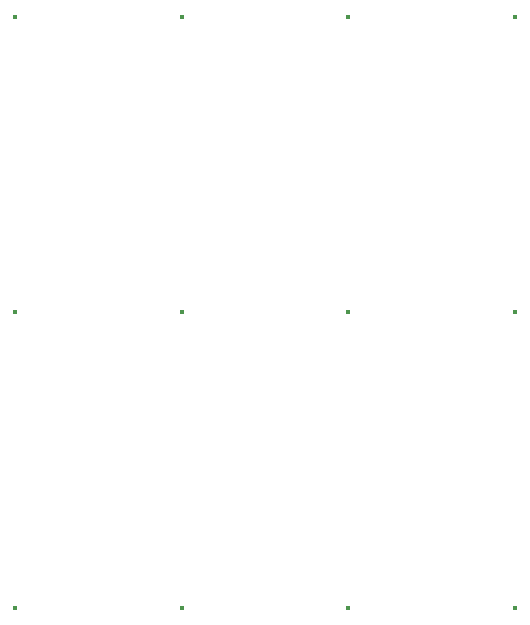
<source format=gbr>
%TF.GenerationSoftware,Altium Limited,Altium Designer,22.0.2 (36)*%
G04 Layer_Color=0*
%FSLAX26Y26*%
%MOIN*%
%TF.SameCoordinates,7C2B3453-B62B-4687-BB94-77A5B7653B1A*%
%TF.FilePolarity,Positive*%
%TF.FileFunction,NonPlated,1,2,NPTH,Drill*%
%TF.Part,CustomerPanel*%
G01*
G75*
%TA.AperFunction,OtherDrill,Pad Free-13 (-839.291mil,-853.661mil)*%
%ADD37C,0.015748*%
%TA.AperFunction,OtherDrill,Pad Free-13 (-283.976mil,-853.661mil)*%
%ADD38C,0.015748*%
%TA.AperFunction,OtherDrill,Pad Free-13 (271.339mil,-853.661mil)*%
%ADD39C,0.015748*%
%TA.AperFunction,OtherDrill,Pad Free-13 (826.654mil,-853.661mil)*%
%ADD40C,0.015748*%
%TA.AperFunction,OtherDrill,Pad Free-13 (-839.291mil,130.591mil)*%
%ADD41C,0.015748*%
%TA.AperFunction,OtherDrill,Pad Free-13 (-283.976mil,130.591mil)*%
%ADD42C,0.015748*%
%TA.AperFunction,OtherDrill,Pad Free-13 (271.339mil,130.591mil)*%
%ADD43C,0.015748*%
%TA.AperFunction,OtherDrill,Pad Free-13 (826.654mil,130.591mil)*%
%ADD44C,0.015748*%
%TA.AperFunction,OtherDrill,Pad Free-13 (-839.291mil,1114.843mil)*%
%ADD45C,0.015748*%
%TA.AperFunction,OtherDrill,Pad Free-13 (-283.976mil,1114.843mil)*%
%ADD46C,0.015748*%
%TA.AperFunction,OtherDrill,Pad Free-13 (271.339mil,1114.843mil)*%
%ADD47C,0.015748*%
%TA.AperFunction,OtherDrill,Pad Free-13 (826.654mil,1114.843mil)*%
%ADD48C,0.015748*%
D37*
X-839291Y-853661D02*
D03*
D38*
X-283976D02*
D03*
D39*
X271339D02*
D03*
D40*
X826654D02*
D03*
D41*
X-839291Y130591D02*
D03*
D42*
X-283976D02*
D03*
D43*
X271339D02*
D03*
D44*
X826654D02*
D03*
D45*
X-839291Y1114843D02*
D03*
D46*
X-283976D02*
D03*
D47*
X271339D02*
D03*
D48*
X826654D02*
D03*
%TF.MD5,34a6af8047135ab3bb100bc4037dc3ff*%
M02*

</source>
